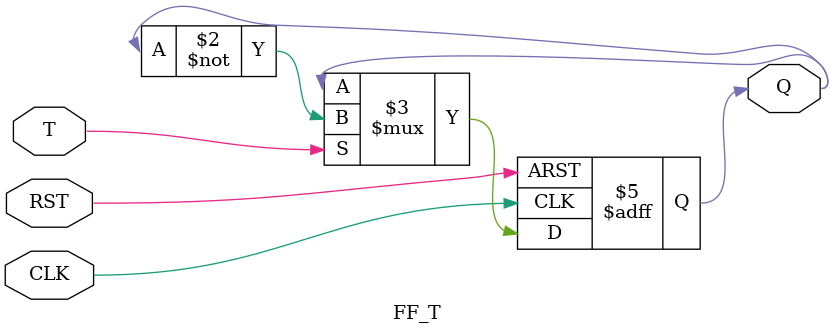
<source format=v>
module FF_T (
	input 			CLK,
	input 			RST,
	input 			T,
	output	reg	Q
);

always @(posedge CLK or posedge RST)
begin
	if (RST)
		Q <= 1'b0;
	else if (T)
		Q <= ~Q;
end

endmodule 
</source>
